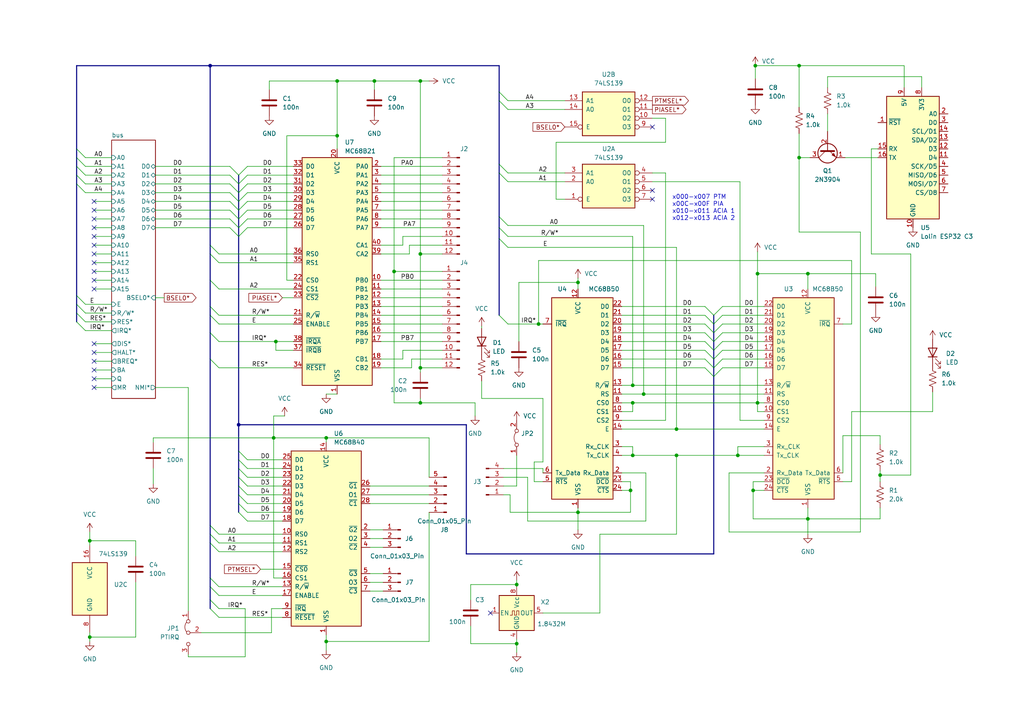
<source format=kicad_sch>
(kicad_sch (version 20231120) (generator "eeschema") (generator_version "8.0")
  (paper "A4")
  (title_block (title "M8 6809 Mezzanine Board V1.0") (date "2024-01-14") (rev "1") (company "kw"))
  (lib_symbols
    (symbol "74xx:74LS139" (pin_names (offset 1.016))
      (property "Reference" "U" (at -7.62 8.89 0))
      (property "Value" "74LS139" (at -7.62 -8.89 0))
      (symbol "74LS139_1_0"
        (pin input inverted (at -12.7 -5.08 0) (length 5.08) (name "E") (number "1"))
        (pin input line (at -12.7 0 0) (length 5.08) (name "A0") (number "2"))
        (pin input line (at -12.7 2.54 0) (length 5.08) (name "A1") (number "3"))
        (pin output inverted (at 12.7 2.54 180) (length 5.08) (name "O0") (number "4"))
        (pin output inverted (at 12.7 0 180) (length 5.08) (name "O1") (number "5"))
        (pin output inverted (at 12.7 -2.54 180) (length 5.08) (name "O2") (number "6"))
        (pin output inverted (at 12.7 -5.08 180) (length 5.08) (name "O3") (number "7"))
      )
      (symbol "74LS139_2_0"
        (pin output inverted (at 12.7 -2.54 180) (length 5.08) (name "O2") (number "10"))
        (pin output inverted (at 12.7 0 180) (length 5.08) (name "O1") (number "11"))
        (pin output inverted (at 12.7 2.54 180) (length 5.08) (name "O0") (number "12"))
        (pin input line (at -12.7 2.54 0) (length 5.08) (name "A1") (number "13"))
        (pin input line (at -12.7 0 0) (length 5.08) (name "A0") (number "14"))
        (pin input inverted (at -12.7 -5.08 0) (length 5.08) (name "E") (number "15"))
        (pin output inverted (at 12.7 -5.08 180) (length 5.08) (name "O3") (number "9"))
      )
      (symbol "74LS139_3_0"
        (pin power_in line (at 0 12.7 270) (length 5.08) (name "VCC") (number "16"))
        (pin power_in line (at 0 -12.7 90) (length 5.08) (name "GND") (number "8"))
      )
    )
    (symbol "Connector:Conn_01x03_Pin" (pin_names (offset 1.016) hide)
      (property "Reference" "J" (at 0 5.08 0))
      (property "Value" "Conn_01x03_Pin" (at 0 -5.08 0))
      (symbol "Conn_01x03_Pin_1_1"
        (pin passive line (at 5.08 2.54 180) (length 3.81) (name "Pin_1") (number "1"))
        (pin passive line (at 5.08 0 180) (length 3.81) (name "Pin_2") (number "2"))
        (pin passive line (at 5.08 -2.54 180) (length 3.81) (name "Pin_3") (number "3"))
      )
    )
    (symbol "Connector:Conn_01x04_Pin" (pin_names (offset 1.016) hide)
      (property "Reference" "J" (at 0 5.08 0))
      (property "Value" "Conn_01x04_Pin" (at 0 -7.62 0))
      (symbol "Conn_01x04_Pin_1_1"
        (pin passive line (at 5.08 2.54 180) (length 3.81) (name "Pin_1") (number "1"))
        (pin passive line (at 5.08 0 180) (length 3.81) (name "Pin_2") (number "2"))
        (pin passive line (at 5.08 -2.54 180) (length 3.81) (name "Pin_3") (number "3"))
        (pin passive line (at 5.08 -5.08 180) (length 3.81) (name "Pin_4") (number "4"))
      )
    )
    (symbol "Connector:Conn_01x05_Pin" (pin_names (offset 1.016) hide)
      (property "Reference" "J" (at 0 7.62 0))
      (property "Value" "Conn_01x05_Pin" (at 0 -7.62 0))
      (symbol "Conn_01x05_Pin_1_1"
        (pin passive line (at 5.08 5.08 180) (length 3.81) (name "Pin_1") (number "1"))
        (pin passive line (at 5.08 2.54 180) (length 3.81) (name "Pin_2") (number "2"))
        (pin passive line (at 5.08 0 180) (length 3.81) (name "Pin_3") (number "3"))
        (pin passive line (at 5.08 -2.54 180) (length 3.81) (name "Pin_4") (number "4"))
        (pin passive line (at 5.08 -5.08 180) (length 3.81) (name "Pin_5") (number "5"))
      )
    )
    (symbol "Connector:Conn_01x12_Pin" (pin_names (offset 1.016) hide)
      (property "Reference" "J" (at 0 15.24 0))
      (property "Value" "Conn_01x12_Pin" (at 0 -17.78 0))
      (symbol "Conn_01x12_Pin_1_1"
        (pin passive line (at 5.08 12.7 180) (length 3.81) (name "Pin_1") (number "1"))
        (pin passive line (at 5.08 -10.16 180) (length 3.81) (name "Pin_10") (number "10"))
        (pin passive line (at 5.08 -12.7 180) (length 3.81) (name "Pin_11") (number "11"))
        (pin passive line (at 5.08 -15.24 180) (length 3.81) (name "Pin_12") (number "12"))
        (pin passive line (at 5.08 10.16 180) (length 3.81) (name "Pin_2") (number "2"))
        (pin passive line (at 5.08 7.62 180) (length 3.81) (name "Pin_3") (number "3"))
        (pin passive line (at 5.08 5.08 180) (length 3.81) (name "Pin_4") (number "4"))
        (pin passive line (at 5.08 2.54 180) (length 3.81) (name "Pin_5") (number "5"))
        (pin passive line (at 5.08 0 180) (length 3.81) (name "Pin_6") (number "6"))
        (pin passive line (at 5.08 -2.54 180) (length 3.81) (name "Pin_7") (number "7"))
        (pin passive line (at 5.08 -5.08 180) (length 3.81) (name "Pin_8") (number "8"))
        (pin passive line (at 5.08 -7.62 180) (length 3.81) (name "Pin_9") (number "9"))
      )
    )
    (symbol "Device:C" (pin_numbers hide) (pin_names (offset 0.254))
      (property "Reference" "C" (at 0.635 2.54 0))
      (property "Value" "C" (at 0.635 -2.54 0))
      (symbol "C_1_1"
        (pin passive line (at 0 3.81 270) (length 2.794) (name "~") (number "1"))
        (pin passive line (at 0 -3.81 90) (length 2.794) (name "~") (number "2"))
      )
    )
    (symbol "Device:LED" (pin_numbers hide) (pin_names (offset 1.016) hide)
      (property "Reference" "D" (at 0 2.54 0))
      (property "Value" "LED" (at 0 -2.54 0))
      (symbol "LED_1_1"
        (pin passive line (at -3.81 0 0) (length 2.54) (name "K") (number "1"))
        (pin passive line (at 3.81 0 180) (length 2.54) (name "A") (number "2"))
      )
    )
    (symbol "Device:R_US" (pin_numbers hide) (pin_names (offset 0))
      (property "Reference" "R" (at 2.54 0 90))
      (property "Value" "R_US" (at -2.54 0 90))
      (symbol "R_US_1_1"
        (pin passive line (at 0 3.81 270) (length 1.27) (name "~") (number "1"))
        (pin passive line (at 0 -3.81 90) (length 1.27) (name "~") (number "2"))
      )
    )
    (symbol "Interface:MC68B21" (pin_names (offset 1.016))
      (property "Reference" "U" (at -7.62 34.29 0))
      (property "Value" "MC68B21" (at 10.16 34.29 0))
      (symbol "MC68B21_1_1"
        (pin power_in line (at 0 -35.56 90) (length 2.54) (name "VSS") (number "1"))
        (pin bidirectional line (at 12.7 -2.54 180) (length 2.54) (name "PB0") (number "10"))
        (pin bidirectional line (at 12.7 -5.08 180) (length 2.54) (name "PB1") (number "11"))
        (pin bidirectional line (at 12.7 -7.62 180) (length 2.54) (name "PB2") (number "12"))
        (pin bidirectional line (at 12.7 -10.16 180) (length 2.54) (name "PB3") (number "13"))
        (pin bidirectional line (at 12.7 -12.7 180) (length 2.54) (name "PB4") (number "14"))
        (pin bidirectional line (at 12.7 -15.24 180) (length 2.54) (name "PB5") (number "15"))
        (pin bidirectional line (at 12.7 -17.78 180) (length 2.54) (name "PB6") (number "16"))
        (pin bidirectional line (at 12.7 -20.32 180) (length 2.54) (name "PB7") (number "17"))
        (pin input line (at 12.7 -25.4 180) (length 2.54) (name "CB1") (number "18"))
        (pin bidirectional line (at 12.7 -27.94 180) (length 2.54) (name "CB2") (number "19"))
        (pin bidirectional line (at 12.7 30.48 180) (length 2.54) (name "PA0") (number "2"))
        (pin power_in line (at 0 35.56 270) (length 2.54) (name "VCC") (number "20"))
        (pin input line (at -12.7 -12.7 0) (length 2.54) (name "R/~{W}") (number "21"))
        (pin input line (at -12.7 -2.54 0) (length 2.54) (name "CS0") (number "22"))
        (pin input line (at -12.7 -7.62 0) (length 2.54) (name "~{CS2}") (number "23"))
        (pin input line (at -12.7 -5.08 0) (length 2.54) (name "CS1") (number "24"))
        (pin input line (at -12.7 -15.24 0) (length 2.54) (name "ENABLE") (number "25"))
        (pin bidirectional line (at -12.7 12.7 0) (length 2.54) (name "D7") (number "26"))
        (pin bidirectional line (at -12.7 15.24 0) (length 2.54) (name "D6") (number "27"))
        (pin bidirectional line (at -12.7 17.78 0) (length 2.54) (name "D5") (number "28"))
        (pin bidirectional line (at -12.7 20.32 0) (length 2.54) (name "D4") (number "29"))
        (pin bidirectional line (at 12.7 27.94 180) (length 2.54) (name "PA1") (number "3"))
        (pin bidirectional line (at -12.7 22.86 0) (length 2.54) (name "D3") (number "30"))
        (pin bidirectional line (at -12.7 25.4 0) (length 2.54) (name "D2") (number "31"))
        (pin bidirectional line (at -12.7 27.94 0) (length 2.54) (name "D1") (number "32"))
        (pin bidirectional line (at -12.7 30.48 0) (length 2.54) (name "D0") (number "33"))
        (pin input line (at -12.7 -27.94 0) (length 2.54) (name "~{RESET}") (number "34"))
        (pin input line (at -12.7 2.54 0) (length 2.54) (name "RS1") (number "35"))
        (pin input line (at -12.7 5.08 0) (length 2.54) (name "RS0") (number "36"))
        (pin open_collector line (at -12.7 -22.86 0) (length 2.54) (name "~{IRQB}") (number "37"))
        (pin open_collector line (at -12.7 -20.32 0) (length 2.54) (name "~{IRQA}") (number "38"))
        (pin bidirectional line (at 12.7 5.08 180) (length 2.54) (name "CA2") (number "39"))
        (pin bidirectional line (at 12.7 25.4 180) (length 2.54) (name "PA2") (number "4"))
        (pin input line (at 12.7 7.62 180) (length 2.54) (name "CA1") (number "40"))
        (pin bidirectional line (at 12.7 22.86 180) (length 2.54) (name "PA3") (number "5"))
        (pin bidirectional line (at 12.7 20.32 180) (length 2.54) (name "PA4") (number "6"))
        (pin bidirectional line (at 12.7 17.78 180) (length 2.54) (name "PA5") (number "7"))
        (pin bidirectional line (at 12.7 15.24 180) (length 2.54) (name "PA6") (number "8"))
        (pin bidirectional line (at 12.7 12.7 180) (length 2.54) (name "PA7") (number "9"))
      )
    )
    (symbol "Interface_UART:MC68B50" (pin_names (offset 1.016))
      (property "Reference" "U" (at -7.366 31.75 0))
      (property "Value" "MC68B50" (at 10.414 31.75 0))
      (symbol "MC68B50_1_1"
        (pin power_in line (at 0 -30.48 90) (length 2.54) (name "VSS") (number "1"))
        (pin input line (at -12.7 -2.54 0) (length 2.54) (name "CS1") (number "10"))
        (pin input line (at -12.7 2.54 0) (length 2.54) (name "RS") (number "11"))
        (pin power_in line (at 0 33.02 270) (length 2.54) (name "VCC") (number "12"))
        (pin input line (at -12.7 5.08 0) (length 2.54) (name "R/~{W}") (number "13"))
        (pin input line (at -12.7 -7.62 0) (length 2.54) (name "E") (number "14"))
        (pin bidirectional line (at -12.7 10.16 0) (length 2.54) (name "D7") (number "15"))
        (pin bidirectional line (at -12.7 12.7 0) (length 2.54) (name "D6") (number "16"))
        (pin bidirectional line (at -12.7 15.24 0) (length 2.54) (name "D5") (number "17"))
        (pin bidirectional line (at -12.7 17.78 0) (length 2.54) (name "D4") (number "18"))
        (pin bidirectional line (at -12.7 20.32 0) (length 2.54) (name "D3") (number "19"))
        (pin input line (at -12.7 -20.32 0) (length 2.54) (name "Rx_Data") (number "2"))
        (pin bidirectional line (at -12.7 22.86 0) (length 2.54) (name "D2") (number "20"))
        (pin bidirectional line (at -12.7 25.4 0) (length 2.54) (name "D1") (number "21"))
        (pin bidirectional line (at -12.7 27.94 0) (length 2.54) (name "D0") (number "22"))
        (pin input line (at -12.7 -22.86 0) (length 2.54) (name "~{DCD}") (number "23"))
        (pin input line (at -12.7 -25.4 0) (length 2.54) (name "~{CTS}") (number "24"))
        (pin input line (at -12.7 -12.7 0) (length 2.54) (name "Rx_CLK") (number "3"))
        (pin input line (at -12.7 -15.24 0) (length 2.54) (name "Tx_CLK") (number "4"))
        (pin output line (at 10.16 -22.86 180) (length 2.54) (name "~{RTS}") (number "5"))
        (pin output line (at 10.16 -20.32 180) (length 2.54) (name "Tx_Data") (number "6"))
        (pin output line (at 10.16 22.86 180) (length 2.54) (name "~{IRQ}") (number "7"))
        (pin input line (at -12.7 0 0) (length 2.54) (name "CS0") (number "8"))
        (pin input line (at -12.7 -5.08 0) (length 2.54) (name "CS2") (number "9"))
      )
    )
    (symbol "Jumper:Jumper_2_Bridged" (pin_names (offset 0) hide)
      (property "Reference" "JP" (at 0 1.905 0))
      (property "Value" "Jumper_2_Bridged" (at 0 -2.54 0))
      (symbol "Jumper_2_Bridged_1_1"
        (pin passive line (at -5.08 0 0) (length 2.54) (name "A") (number "1"))
        (pin passive line (at 5.08 0 180) (length 2.54) (name "B") (number "2"))
      )
    )
    (symbol "Jumper:Jumper_3_Bridged12" (pin_names (offset 0) hide)
      (property "Reference" "JP" (at -2.54 -2.54 0))
      (property "Value" "Jumper_3_Bridged12" (at 0 2.794 0))
      (symbol "Jumper_3_Bridged12_1_1"
        (pin passive line (at -6.35 0 0) (length 2.54) (name "A") (number "1"))
        (pin passive line (at 0 -3.81 90) (length 2.54) (name "C") (number "2"))
        (pin passive line (at 6.35 0 180) (length 2.54) (name "B") (number "3"))
      )
    )
    (symbol "MCU_Module:WeMos_D1_mini"
      (property "Reference" "U" (at 3.81 19.05 0))
      (property "Value" "WeMos_D1_mini" (at 1.27 -19.05 0))
      (symbol "WeMos_D1_mini_1_1"
        (pin input line (at -10.16 10.16 0) (length 2.54) (name "~{RST}") (number "1"))
        (pin power_in line (at 0 -20.32 90) (length 2.54) (name "GND") (number "10"))
        (pin bidirectional line (at 10.16 0 180) (length 2.54) (name "D4") (number "11"))
        (pin bidirectional line (at 10.16 2.54 180) (length 2.54) (name "D3") (number "12"))
        (pin bidirectional line (at 10.16 5.08 180) (length 2.54) (name "SDA/D2") (number "13"))
        (pin bidirectional line (at 10.16 7.62 180) (length 2.54) (name "SCL/D1") (number "14"))
        (pin input line (at -10.16 2.54 0) (length 2.54) (name "RX") (number "15"))
        (pin output line (at -10.16 0 0) (length 2.54) (name "TX") (number "16"))
        (pin input line (at 10.16 12.7 180) (length 2.54) (name "A0") (number "2"))
        (pin bidirectional line (at 10.16 10.16 180) (length 2.54) (name "D0") (number "3"))
        (pin bidirectional line (at 10.16 -2.54 180) (length 2.54) (name "SCK/D5") (number "4"))
        (pin bidirectional line (at 10.16 -5.08 180) (length 2.54) (name "MISO/D6") (number "5"))
        (pin bidirectional line (at 10.16 -7.62 180) (length 2.54) (name "MOSI/D7") (number "6"))
        (pin bidirectional line (at 10.16 -10.16 180) (length 2.54) (name "CS/D8") (number "7"))
        (pin power_out line (at 2.54 20.32 270) (length 2.54) (name "3V3") (number "8"))
        (pin power_in line (at -2.54 20.32 270) (length 2.54) (name "5V") (number "9"))
      )
    )
    (symbol "New_Library_0:MC68B40" (pin_names (offset 1.016))
      (property "Reference" "U" (at -7.62 27.94 0))
      (property "Value" "MC68B40" (at 10.16 27.94 0))
      (symbol "MC68B40_1_1"
        (pin power_in line (at 0 -27.94 90) (length 2.54) (name "VSS") (number "1"))
        (pin input line (at -12.7 1.27 0) (length 2.54) (name "RS0") (number "10"))
        (pin input line (at -12.7 -1.27 0) (length 2.54) (name "RS1") (number "11"))
        (pin input line (at -12.7 -3.81 0) (length 2.54) (name "RS2") (number "12"))
        (pin input line (at -12.7 -13.97 0) (length 2.54) (name "R/~{W}") (number "13"))
        (pin power_in line (at 0 27.94 270) (length 2.54) (name "VCC") (number "14"))
        (pin input line (at -12.7 -8.89 0) (length 2.54) (name "~{CS0}") (number "15"))
        (pin input line (at -12.7 -11.43 0) (length 2.54) (name "CS1") (number "16"))
        (pin input line (at -12.7 -16.51 0) (length 2.54) (name "ENABLE") (number "17"))
        (pin bidirectional line (at -12.7 5.08 0) (length 2.54) (name "D7") (number "18"))
        (pin bidirectional line (at -12.7 7.62 0) (length 2.54) (name "D6") (number "19"))
        (pin input line (at 12.7 2.54 180) (length 2.54) (name "~{G2}") (number "2"))
        (pin bidirectional line (at -12.7 10.16 0) (length 2.54) (name "D5") (number "20"))
        (pin bidirectional line (at -12.7 12.7 0) (length 2.54) (name "D4") (number "21"))
        (pin bidirectional line (at -12.7 15.24 0) (length 2.54) (name "D3") (number "22"))
        (pin bidirectional line (at -12.7 17.78 0) (length 2.54) (name "D2") (number "23"))
        (pin bidirectional line (at -12.7 20.32 0) (length 2.54) (name "D1") (number "24"))
        (pin bidirectional line (at -12.7 22.86 0) (length 2.54) (name "D0") (number "25"))
        (pin input line (at 12.7 15.24 180) (length 2.54) (name "~{G1}") (number "26"))
        (pin output line (at 12.7 12.7 180) (length 2.54) (name "O1") (number "27"))
        (pin input line (at 12.7 10.16 180) (length 2.54) (name "~{C1}") (number "28"))
        (pin output line (at 12.7 0 180) (length 2.54) (name "O2") (number "3"))
        (pin input line (at 12.7 -2.54 180) (length 2.54) (name "~{C2}") (number "4"))
        (pin input line (at 12.7 -10.16 180) (length 2.54) (name "~{G3}") (number "5"))
        (pin output line (at 12.7 -12.7 180) (length 2.54) (name "O3") (number "6"))
        (pin input line (at 12.7 -15.24 180) (length 2.54) (name "~{C3}") (number "7"))
        (pin input line (at -12.7 -22.86 0) (length 2.54) (name "~{RESET}") (number "8"))
        (pin open_collector line (at -12.7 -20.32 0) (length 2.54) (name "~{IRQ}") (number "9"))
      )
    )
    (symbol "Oscillator:CXO_DIP8" (pin_names (offset 0.254))
      (property "Reference" "X" (at -5.08 6.35 0))
      (property "Value" "CXO_DIP8" (at 1.27 -6.35 0))
      (symbol "CXO_DIP8_1_1"
        (pin input line (at -7.62 0 0) (length 2.54) (name "EN") (number "1"))
        (pin power_in line (at 0 -7.62 90) (length 2.54) (name "GND") (number "4"))
        (pin output line (at 7.62 0 180) (length 2.54) (name "OUT") (number "5"))
        (pin power_in line (at 0 7.62 270) (length 2.54) (name "Vcc") (number "8"))
      )
    )
    (symbol "Transistor_BJT:2N3904" (pin_names (offset 0) hide)
      (property "Reference" "Q" (at 5.08 1.905 0))
      (property "Value" "2N3904" (at 5.08 0 0))
      (symbol "2N3904_1_1"
        (pin passive line (at 2.54 -5.08 90) (length 2.54) (name "E") (number "1"))
        (pin passive line (at -5.08 0 0) (length 5.715) (name "B") (number "2"))
        (pin passive line (at 2.54 5.08 270) (length 2.54) (name "C") (number "3"))
      )
    )
    (symbol "power:GND" (power) (pin_names (offset 0))
      (property "Value" "GND" (at 0 -3.81 0))
      (symbol "GND_1_1"
        (pin power_in line (at 0 0 270) (length 0) hide (name "GND") (number "1"))
      )
    )
    (symbol "power:VCC" (power) (pin_names (offset 0))
      (property "Value" "VCC" (at 0 3.81 0))
      (symbol "VCC_1_1"
        (pin power_in line (at 0 0 90) (length 0) hide (name "VCC") (number "1"))
      )
    )
  )
  (junction (at 234.315 150.495))
  (junction (at 183.515 132.08))
  (junction (at 156.21 93.98))
  (junction (at 121.92 106.68))
  (junction (at 219.71 116.84))
  (junction (at 26.035 184.785))
  (junction (at 219.075 19.05))
  (junction (at 167.64 81.915))
  (junction (at 121.92 116.84))
  (junction (at 219.71 79.375))
  (junction (at 183.515 111.76))
  (junction (at 97.79 39.37))
  (junction (at 255.27 137.795))
  (junction (at 182.88 142.24))
  (junction (at 121.92 23.495))
  (junction (at 196.215 124.46))
  (junction (at 69.215 123.19))
  (junction (at 94.615 186.055))
  (junction (at 94.615 127))
  (junction (at 183.515 116.84))
  (junction (at 108.585 23.495))
  (junction (at 186.69 114.3))
  (junction (at 167.64 148.59))
  (junction (at 196.215 132.08))
  (junction (at 234.315 79.375))
  (junction (at 79.375 127))
  (junction (at 149.86 186.69))
  (junction (at 231.775 45.72))
  (junction (at 80.01 99.06))
  (junction (at 149.86 169.545))
  (junction (at 121.92 73.66))
  (junction (at 218.44 142.24))
  (junction (at 231.775 19.05))
  (junction (at 26.035 156.845))
  (junction (at 114.3 78.74))
  (junction (at 213.995 132.08))
  (junction (at 97.79 23.495))
  (junction (at 60.96 19.05))
  (no_connect (at 27.305 81.28))
  (no_connect (at 142.24 177.8))
  (no_connect (at 27.305 102.235))
  (no_connect (at 27.305 78.74))
  (no_connect (at 27.305 76.2))
  (no_connect (at 27.305 60.96))
  (no_connect (at 27.305 109.855))
  (no_connect (at 189.23 36.83))
  (no_connect (at 27.305 107.315))
  (no_connect (at 27.305 71.12))
  (no_connect (at 189.23 55.245))
  (no_connect (at 27.305 104.775))
  (no_connect (at 27.305 66.04))
  (no_connect (at 27.305 73.66))
  (no_connect (at 27.305 58.42))
  (no_connect (at 27.305 99.695))
  (no_connect (at 27.305 83.82))
  (no_connect (at 27.305 112.395))
  (no_connect (at 189.23 57.785))
  (no_connect (at 27.305 63.5))
  (no_connect (at 27.305 68.58))
  (bus_entry (at 60.96 91.44) (size 2.54 2.54))
  (bus_entry (at 207.01 96.52) (size 2.54 -2.54))
  (bus_entry (at 60.96 154.94) (size 2.54 2.54))
  (bus_entry (at 60.96 96.52) (size 2.54 2.54))
  (bus_entry (at 207.01 93.98) (size -2.54 -2.54))
  (bus_entry (at 22.225 90.805) (size 2.54 2.54))
  (bus_entry (at 69.215 140.97) (size 2.54 2.54))
  (bus_entry (at 207.01 104.14) (size -2.54 -2.54))
  (bus_entry (at 69.215 68.58) (size -2.54 -2.54))
  (bus_entry (at 207.01 106.68) (size 2.54 -2.54))
  (bus_entry (at 69.215 143.51) (size 2.54 2.54))
  (bus_entry (at 69.215 146.05) (size 2.54 2.54))
  (bus_entry (at 69.215 50.8) (size -2.54 -2.54))
  (bus_entry (at 69.215 148.59) (size 2.54 2.54))
  (bus_entry (at 71.755 60.96) (size -2.54 2.54))
  (bus_entry (at 22.225 50.8) (size 2.54 2.54))
  (bus_entry (at 69.215 133.35) (size 2.54 2.54))
  (bus_entry (at 22.225 85.725) (size 2.54 2.54))
  (bus_entry (at 71.755 63.5) (size -2.54 2.54))
  (bus_entry (at 60.96 88.9) (size 2.54 2.54))
  (bus_entry (at 207.01 109.22) (size 2.54 -2.54))
  (bus_entry (at 207.01 93.98) (size 2.54 -2.54))
  (bus_entry (at 22.225 53.34) (size 2.54 2.54))
  (bus_entry (at 147.32 52.705) (size -2.54 -2.54))
  (bus_entry (at 71.755 58.42) (size -2.54 2.54))
  (bus_entry (at 69.215 135.89) (size 2.54 2.54))
  (bus_entry (at 69.215 66.04) (size -2.54 -2.54))
  (bus_entry (at 69.215 130.81) (size 2.54 2.54))
  (bus_entry (at 60.96 176.53) (size 2.54 2.54))
  (bus_entry (at 69.215 138.43) (size 2.54 2.54))
  (bus_entry (at 207.01 96.52) (size -2.54 -2.54))
  (bus_entry (at 60.96 104.14) (size 2.54 2.54))
  (bus_entry (at 22.225 88.265) (size 2.54 2.54))
  (bus_entry (at 207.01 91.44) (size 2.54 -2.54))
  (bus_entry (at 60.96 71.12) (size 2.54 2.54))
  (bus_entry (at 60.96 152.4) (size 2.54 2.54))
  (bus_entry (at 60.96 170.18) (size 2.54 2.54))
  (bus_entry (at 69.215 55.88) (size -2.54 -2.54))
  (bus_entry (at 71.755 48.26) (size -2.54 2.54))
  (bus_entry (at 22.225 48.26) (size 2.54 2.54))
  (bus_entry (at 207.01 99.06) (size -2.54 -2.54))
  (bus_entry (at 144.78 91.44) (size 2.54 2.54))
  (bus_entry (at 60.96 81.28) (size 2.54 2.54))
  (bus_entry (at 71.755 55.88) (size -2.54 2.54))
  (bus_entry (at 147.32 29.21) (size -2.54 -2.54))
  (bus_entry (at 69.215 53.34) (size -2.54 -2.54))
  (bus_entry (at 144.78 69.215) (size 2.54 2.54))
  (bus_entry (at 69.215 58.42) (size -2.54 -2.54))
  (bus_entry (at 207.01 104.14) (size 2.54 -2.54))
  (bus_entry (at 207.01 101.6) (size -2.54 -2.54))
  (bus_entry (at 147.32 50.165) (size -2.54 -2.54))
  (bus_entry (at 69.215 60.96) (size -2.54 -2.54))
  (bus_entry (at 144.78 66.04) (size 2.54 2.54))
  (bus_entry (at 69.215 63.5) (size -2.54 -2.54))
  (bus_entry (at 22.225 93.345) (size 2.54 2.54))
  (bus_entry (at 207.01 106.68) (size -2.54 -2.54))
  (bus_entry (at 207.01 109.22) (size -2.54 -2.54))
  (bus_entry (at 60.96 173.99) (size 2.54 2.54))
  (bus_entry (at 207.01 91.44) (size -2.54 -2.54))
  (bus_entry (at 22.225 43.18) (size 2.54 2.54))
  (bus_entry (at 71.755 66.04) (size -2.54 2.54))
  (bus_entry (at 207.01 99.06) (size 2.54 -2.54))
  (bus_entry (at 71.755 50.8) (size -2.54 2.54))
  (bus_entry (at 60.96 167.64) (size 2.54 2.54))
  (bus_entry (at 147.32 31.75) (size -2.54 -2.54))
  (bus_entry (at 207.01 101.6) (size 2.54 -2.54))
  (bus_entry (at 71.755 53.34) (size -2.54 2.54))
  (bus_entry (at 60.96 157.48) (size 2.54 2.54))
  (bus_entry (at 147.32 65.405) (size -2.54 -2.54))
  (bus_entry (at 22.225 45.72) (size 2.54 2.54))
  (bus_entry (at 60.96 73.66) (size 2.54 2.54))
  (wire (pts (xy 79.375 120.65) (xy 82.55 120.65)))
  (wire (pts (xy 234.315 79.375) (xy 234.315 83.82)))
  (wire (pts (xy 110.49 58.42) (xy 128.27 58.42)))
  (wire (pts (xy 94.615 186.055) (xy 94.615 184.15)))
  (wire (pts (xy 219.71 73.025) (xy 219.71 79.375)))
  (wire (pts (xy 270.51 119.38) (xy 270.51 113.665)))
  (bus (pts (xy 22.225 50.8) (xy 22.225 53.34)))
  (wire (pts (xy 204.47 93.98) (xy 180.34 93.98)))
  (wire (pts (xy 39.37 156.845) (xy 39.37 161.29)))
  (wire (pts (xy 213.995 129.54) (xy 221.615 129.54)))
  (wire (pts (xy 240.03 22.225) (xy 240.03 25.4)))
  (wire (pts (xy 247.015 93.98) (xy 247.015 75.565)))
  (wire (pts (xy 97.79 23.495) (xy 97.79 39.37)))
  (wire (pts (xy 136.525 181.61) (xy 136.525 186.69)))
  (wire (pts (xy 167.64 148.59) (xy 147.955 148.59)))
  (bus (pts (xy 69.215 123.19) (xy 69.215 130.81)))
  (wire (pts (xy 218.44 150.495) (xy 234.315 150.495)))
  (wire (pts (xy 63.5 106.68) (xy 85.09 106.68)))
  (wire (pts (xy 182.88 142.24) (xy 182.88 148.59)))
  (wire (pts (xy 209.55 96.52) (xy 221.615 96.52)))
  (wire (pts (xy 63.5 91.44) (xy 85.09 91.44)))
  (wire (pts (xy 45.085 50.8) (xy 66.675 50.8)))
  (wire (pts (xy 187.325 137.16) (xy 180.34 137.16)))
  (wire (pts (xy 121.92 106.68) (xy 128.27 106.68)))
  (wire (pts (xy 244.475 93.98) (xy 247.015 93.98)))
  (wire (pts (xy 231.775 45.72) (xy 231.775 67.31)))
  (wire (pts (xy 196.215 154.94) (xy 196.215 132.08)))
  (wire (pts (xy 116.84 104.14) (xy 110.49 104.14)))
  (wire (pts (xy 119.38 104.14) (xy 119.38 106.68)))
  (wire (pts (xy 128.27 68.58) (xy 116.84 68.58)))
  (wire (pts (xy 249.555 154.305) (xy 211.455 154.305)))
  (wire (pts (xy 264.16 137.795) (xy 264.16 73.66)))
  (wire (pts (xy 147.32 31.75) (xy 163.83 31.75)))
  (bus (pts (xy 144.78 69.215) (xy 144.78 91.44)))
  (wire (pts (xy 153.035 151.13) (xy 153.035 138.43)))
  (bus (pts (xy 60.96 152.4) (xy 60.96 154.94)))
  (wire (pts (xy 26.035 156.845) (xy 26.035 158.115)))
  (bus (pts (xy 60.96 96.52) (xy 60.96 104.14)))
  (wire (pts (xy 79.375 120.65) (xy 79.375 127)))
  (wire (pts (xy 121.92 23.495) (xy 121.92 73.66)))
  (wire (pts (xy 137.795 116.84) (xy 121.92 116.84)))
  (bus (pts (xy 69.215 66.04) (xy 69.215 68.58)))
  (wire (pts (xy 218.44 142.24) (xy 218.44 150.495)))
  (bus (pts (xy 22.225 53.34) (xy 22.225 85.725)))
  (bus (pts (xy 144.78 19.05) (xy 144.78 26.67)))
  (wire (pts (xy 27.305 83.82) (xy 32.385 83.82)))
  (wire (pts (xy 255.27 136.525) (xy 255.27 137.795)))
  (wire (pts (xy 114.3 45.72) (xy 114.3 78.74)))
  (wire (pts (xy 157.48 133.985) (xy 154.94 133.985)))
  (wire (pts (xy 234.315 150.495) (xy 234.315 154.94)))
  (wire (pts (xy 45.085 53.34) (xy 66.675 53.34)))
  (bus (pts (xy 22.225 85.725) (xy 22.225 88.265)))
  (wire (pts (xy 79.375 127) (xy 94.615 127)))
  (wire (pts (xy 121.92 115.57) (xy 121.92 116.84)))
  (bus (pts (xy 60.96 88.9) (xy 60.96 91.44)))
  (wire (pts (xy 119.38 104.14) (xy 128.27 104.14)))
  (wire (pts (xy 71.12 190.5) (xy 71.12 176.53)))
  (wire (pts (xy 54.61 177.165) (xy 54.61 112.395)))
  (wire (pts (xy 24.765 90.805) (xy 32.385 90.805)))
  (wire (pts (xy 71.755 143.51) (xy 81.915 143.51)))
  (wire (pts (xy 24.765 50.8) (xy 32.385 50.8)))
  (wire (pts (xy 149.86 185.42) (xy 149.86 186.69)))
  (wire (pts (xy 218.44 139.7) (xy 218.44 142.24)))
  (wire (pts (xy 110.49 88.9) (xy 128.27 88.9)))
  (wire (pts (xy 247.015 119.38) (xy 270.51 119.38)))
  (wire (pts (xy 97.79 39.37) (xy 97.79 43.18)))
  (wire (pts (xy 110.49 81.28) (xy 128.27 81.28)))
  (wire (pts (xy 45.085 60.96) (xy 66.675 60.96)))
  (wire (pts (xy 71.755 140.97) (xy 81.915 140.97)))
  (wire (pts (xy 139.7 95.25) (xy 139.7 94.615)))
  (wire (pts (xy 150.495 81.915) (xy 167.64 81.915)))
  (wire (pts (xy 107.315 143.51) (xy 124.46 143.51)))
  (wire (pts (xy 108.585 23.495) (xy 108.585 26.035)))
  (wire (pts (xy 110.49 96.52) (xy 128.27 96.52)))
  (wire (pts (xy 97.79 39.37) (xy 83.185 39.37)))
  (bus (pts (xy 60.96 71.12) (xy 60.96 73.66)))
  (wire (pts (xy 153.035 138.43) (xy 146.05 138.43)))
  (bus (pts (xy 22.225 43.18) (xy 22.225 19.05)))
  (bus (pts (xy 69.215 140.97) (xy 69.215 138.43)))
  (bus (pts (xy 60.96 173.99) (xy 60.96 176.53)))
  (wire (pts (xy 186.69 65.405) (xy 186.69 114.3)))
  (wire (pts (xy 27.305 76.2) (xy 32.385 76.2)))
  (wire (pts (xy 153.035 151.13) (xy 187.325 151.13)))
  (wire (pts (xy 189.23 52.705) (xy 214.63 52.705)))
  (wire (pts (xy 44.45 127) (xy 44.45 128.27)))
  (wire (pts (xy 63.5 160.02) (xy 81.915 160.02)))
  (bus (pts (xy 60.96 104.14) (xy 60.96 152.4)))
  (wire (pts (xy 180.34 119.38) (xy 183.515 119.38)))
  (bus (pts (xy 22.225 43.18) (xy 22.225 45.72)))
  (wire (pts (xy 244.475 126.365) (xy 255.27 126.365)))
  (wire (pts (xy 262.255 19.05) (xy 262.255 25.4)))
  (wire (pts (xy 193.04 50.165) (xy 193.04 121.92)))
  (bus (pts (xy 22.225 45.72) (xy 22.225 48.26)))
  (wire (pts (xy 124.46 186.055) (xy 94.615 186.055)))
  (wire (pts (xy 80.01 99.06) (xy 85.09 99.06)))
  (wire (pts (xy 27.305 99.695) (xy 32.385 99.695)))
  (wire (pts (xy 97.79 23.495) (xy 108.585 23.495)))
  (wire (pts (xy 27.305 60.96) (xy 32.385 60.96)))
  (wire (pts (xy 71.755 50.8) (xy 85.09 50.8)))
  (bus (pts (xy 144.78 66.04) (xy 144.78 69.215)))
  (wire (pts (xy 139.7 115.57) (xy 157.48 115.57)))
  (wire (pts (xy 180.34 124.46) (xy 196.215 124.46)))
  (wire (pts (xy 45.085 86.36) (xy 47.625 86.36)))
  (wire (pts (xy 252.73 43.18) (xy 252.73 73.66)))
  (wire (pts (xy 219.075 19.05) (xy 231.775 19.05)))
  (wire (pts (xy 26.035 186.055) (xy 26.035 184.785)))
  (wire (pts (xy 116.84 71.12) (xy 110.49 71.12)))
  (wire (pts (xy 240.03 33.02) (xy 240.03 38.1)))
  (wire (pts (xy 180.34 111.76) (xy 183.515 111.76)))
  (wire (pts (xy 27.305 78.74) (xy 32.385 78.74)))
  (bus (pts (xy 144.78 26.67) (xy 144.78 29.21)))
  (wire (pts (xy 209.55 91.44) (xy 221.615 91.44)))
  (wire (pts (xy 249.555 67.31) (xy 249.555 154.305)))
  (bus (pts (xy 207.01 96.52) (xy 207.01 99.06)))
  (bus (pts (xy 22.225 19.05) (xy 60.96 19.05)))
  (bus (pts (xy 135.255 160.655) (xy 207.01 160.655)))
  (wire (pts (xy 193.04 34.29) (xy 193.04 41.275)))
  (wire (pts (xy 27.305 73.66) (xy 32.385 73.66)))
  (wire (pts (xy 27.305 109.855) (xy 32.385 109.855)))
  (wire (pts (xy 255.27 137.795) (xy 255.27 139.7)))
  (bus (pts (xy 207.01 101.6) (xy 207.01 104.14)))
  (wire (pts (xy 27.305 107.315) (xy 32.385 107.315)))
  (wire (pts (xy 255.27 137.795) (xy 264.16 137.795)))
  (wire (pts (xy 75.565 165.1) (xy 81.915 165.1)))
  (wire (pts (xy 97.79 114.3) (xy 94.615 114.3)))
  (wire (pts (xy 231.775 31.115) (xy 231.775 19.05)))
  (wire (pts (xy 231.775 45.72) (xy 234.95 45.72)))
  (wire (pts (xy 107.315 168.91) (xy 111.125 168.91)))
  (wire (pts (xy 110.49 99.06) (xy 128.27 99.06)))
  (bus (pts (xy 60.96 81.28) (xy 60.96 88.9)))
  (wire (pts (xy 219.71 79.375) (xy 234.315 79.375)))
  (wire (pts (xy 27.305 102.235) (xy 32.385 102.235)))
  (wire (pts (xy 121.92 106.68) (xy 121.92 107.95)))
  (wire (pts (xy 110.49 106.68) (xy 119.38 106.68)))
  (wire (pts (xy 63.5 179.07) (xy 81.915 179.07)))
  (wire (pts (xy 209.55 106.68) (xy 221.615 106.68)))
  (wire (pts (xy 27.305 58.42) (xy 32.385 58.42)))
  (wire (pts (xy 149.86 140.97) (xy 146.05 140.97)))
  (wire (pts (xy 180.34 116.84) (xy 183.515 116.84)))
  (wire (pts (xy 54.61 112.395) (xy 45.085 112.395)))
  (bus (pts (xy 207.01 109.22) (xy 207.01 160.655)))
  (wire (pts (xy 110.49 55.88) (xy 128.27 55.88)))
  (wire (pts (xy 182.88 148.59) (xy 167.64 148.59)))
  (wire (pts (xy 27.305 66.04) (xy 32.385 66.04)))
  (wire (pts (xy 209.55 93.98) (xy 221.615 93.98)))
  (wire (pts (xy 255.27 147.32) (xy 255.27 150.495)))
  (bus (pts (xy 144.78 29.21) (xy 144.78 47.625)))
  (wire (pts (xy 245.11 45.72) (xy 254.635 45.72)))
  (wire (pts (xy 196.215 132.08) (xy 213.995 132.08)))
  (wire (pts (xy 121.92 73.66) (xy 128.27 73.66)))
  (wire (pts (xy 94.615 188.595) (xy 94.615 186.055)))
  (bus (pts (xy 60.96 167.64) (xy 60.96 170.18)))
  (wire (pts (xy 244.475 139.7) (xy 247.015 139.7)))
  (wire (pts (xy 114.3 78.74) (xy 114.3 116.84)))
  (wire (pts (xy 58.42 183.515) (xy 78.74 183.515)))
  (wire (pts (xy 71.755 133.35) (xy 81.915 133.35)))
  (wire (pts (xy 63.5 76.2) (xy 85.09 76.2)))
  (bus (pts (xy 60.96 157.48) (xy 60.96 167.64)))
  (bus (pts (xy 69.215 148.59) (xy 69.215 146.05)))
  (wire (pts (xy 45.085 63.5) (xy 66.675 63.5)))
  (wire (pts (xy 147.32 71.755) (xy 196.215 71.755)))
  (wire (pts (xy 244.475 137.16) (xy 244.475 126.365)))
  (wire (pts (xy 45.085 48.26) (xy 66.675 48.26)))
  (wire (pts (xy 149.86 132.08) (xy 149.86 140.97)))
  (wire (pts (xy 110.49 73.66) (xy 118.745 73.66)))
  (wire (pts (xy 63.5 83.82) (xy 85.09 83.82)))
  (wire (pts (xy 204.47 101.6) (xy 180.34 101.6)))
  (wire (pts (xy 71.755 135.89) (xy 81.915 135.89)))
  (wire (pts (xy 173.99 154.94) (xy 196.215 154.94)))
  (bus (pts (xy 207.01 106.68) (xy 207.01 109.22)))
  (wire (pts (xy 107.315 153.67) (xy 111.125 153.67)))
  (bus (pts (xy 22.225 88.265) (xy 22.225 90.805)))
  (wire (pts (xy 71.755 58.42) (xy 85.09 58.42)))
  (wire (pts (xy 149.86 168.275) (xy 149.86 169.545)))
  (wire (pts (xy 63.5 170.18) (xy 81.915 170.18)))
  (bus (pts (xy 60.96 154.94) (xy 60.96 157.48)))
  (wire (pts (xy 252.73 43.18) (xy 254.635 43.18)))
  (wire (pts (xy 121.92 73.66) (xy 121.92 106.68)))
  (wire (pts (xy 180.34 132.08) (xy 183.515 132.08)))
  (wire (pts (xy 183.515 116.84) (xy 219.71 116.84)))
  (wire (pts (xy 204.47 106.68) (xy 180.34 106.68)))
  (wire (pts (xy 110.49 93.98) (xy 128.27 93.98)))
  (bus (pts (xy 207.01 99.06) (xy 207.01 101.6)))
  (wire (pts (xy 204.47 99.06) (xy 180.34 99.06)))
  (wire (pts (xy 139.7 110.49) (xy 139.7 115.57)))
  (wire (pts (xy 167.64 81.915) (xy 167.64 83.82)))
  (wire (pts (xy 71.755 151.13) (xy 81.915 151.13)))
  (wire (pts (xy 167.64 148.59) (xy 167.64 153.67)))
  (bus (pts (xy 69.215 58.42) (xy 69.215 60.96)))
  (wire (pts (xy 193.04 50.165) (xy 189.23 50.165)))
  (wire (pts (xy 27.305 71.12) (xy 32.385 71.12)))
  (wire (pts (xy 154.94 139.7) (xy 157.48 139.7)))
  (wire (pts (xy 24.765 95.885) (xy 32.385 95.885)))
  (wire (pts (xy 39.37 184.785) (xy 39.37 168.91)))
  (bus (pts (xy 60.96 170.18) (xy 60.96 173.99)))
  (wire (pts (xy 24.765 93.345) (xy 32.385 93.345)))
  (wire (pts (xy 136.525 186.69) (xy 149.86 186.69)))
  (wire (pts (xy 221.615 119.38) (xy 219.71 119.38)))
  (wire (pts (xy 128.27 78.74) (xy 114.3 78.74)))
  (wire (pts (xy 147.32 65.405) (xy 186.69 65.405)))
  (wire (pts (xy 214.63 52.705) (xy 214.63 121.92)))
  (wire (pts (xy 63.5 93.98) (xy 85.09 93.98)))
  (wire (pts (xy 63.5 73.66) (xy 85.09 73.66)))
  (wire (pts (xy 247.015 75.565) (xy 156.21 75.565)))
  (wire (pts (xy 124.46 127) (xy 124.46 138.43)))
  (wire (pts (xy 107.315 146.05) (xy 124.46 146.05)))
  (bus (pts (xy 60.96 19.05) (xy 144.78 19.05)))
  (wire (pts (xy 26.035 154.305) (xy 26.035 156.845)))
  (wire (pts (xy 147.32 29.21) (xy 163.83 29.21)))
  (wire (pts (xy 180.34 121.92) (xy 193.04 121.92)))
  (bus (pts (xy 207.01 91.44) (xy 207.01 93.98)))
  (bus (pts (xy 69.215 50.8) (xy 69.215 53.34)))
  (wire (pts (xy 183.515 132.08) (xy 196.215 132.08)))
  (wire (pts (xy 94.615 127) (xy 124.46 127)))
  (wire (pts (xy 189.23 34.29) (xy 193.04 34.29)))
  (wire (pts (xy 157.48 177.8) (xy 173.99 177.8)))
  (wire (pts (xy 24.765 48.26) (xy 32.385 48.26)))
  (bus (pts (xy 69.215 68.58) (xy 69.215 123.19)))
  (wire (pts (xy 196.215 124.46) (xy 221.615 124.46)))
  (wire (pts (xy 27.305 68.58) (xy 32.385 68.58)))
  (wire (pts (xy 107.315 171.45) (xy 111.125 171.45)))
  (wire (pts (xy 44.45 127) (xy 79.375 127)))
  (wire (pts (xy 27.305 112.395) (xy 32.385 112.395)))
  (wire (pts (xy 211.455 154.305) (xy 211.455 137.16)))
  (wire (pts (xy 193.04 41.275) (xy 161.29 41.275)))
  (wire (pts (xy 124.46 23.495) (xy 121.92 23.495)))
  (wire (pts (xy 54.61 190.5) (xy 71.12 190.5)))
  (wire (pts (xy 110.49 48.26) (xy 128.27 48.26)))
  (wire (pts (xy 83.185 81.28) (xy 85.09 81.28)))
  (wire (pts (xy 110.49 60.96) (xy 128.27 60.96)))
  (bus (pts (xy 69.215 63.5) (xy 69.215 66.04)))
  (wire (pts (xy 71.755 53.34) (xy 85.09 53.34)))
  (wire (pts (xy 24.765 55.88) (xy 32.385 55.88)))
  (wire (pts (xy 267.335 22.225) (xy 267.335 25.4)))
  (bus (pts (xy 69.215 135.89) (xy 69.215 133.35)))
  (wire (pts (xy 221.615 121.92) (xy 214.63 121.92)))
  (wire (pts (xy 147.32 68.58) (xy 183.515 68.58)))
  (wire (pts (xy 71.12 176.53) (xy 63.5 176.53)))
  (wire (pts (xy 182.88 139.7) (xy 182.88 142.24)))
  (bus (pts (xy 144.78 47.625) (xy 144.78 50.165)))
  (wire (pts (xy 147.955 148.59) (xy 147.955 143.51)))
  (wire (pts (xy 136.525 169.545) (xy 149.86 169.545)))
  (wire (pts (xy 110.49 83.82) (xy 128.27 83.82)))
  (wire (pts (xy 180.34 114.3) (xy 186.69 114.3)))
  (wire (pts (xy 116.84 68.58) (xy 116.84 71.12)))
  (bus (pts (xy 69.215 138.43) (xy 69.215 135.89)))
  (wire (pts (xy 45.085 55.88) (xy 66.675 55.88)))
  (wire (pts (xy 116.84 101.6) (xy 116.84 104.14)))
  (wire (pts (xy 204.47 96.52) (xy 180.34 96.52)))
  (wire (pts (xy 154.94 133.985) (xy 154.94 139.7)))
  (wire (pts (xy 186.69 114.3) (xy 221.615 114.3)))
  (wire (pts (xy 83.185 39.37) (xy 83.185 81.28)))
  (wire (pts (xy 121.92 116.84) (xy 114.3 116.84)))
  (wire (pts (xy 219.71 79.375) (xy 219.71 116.84)))
  (wire (pts (xy 196.215 71.755) (xy 196.215 124.46)))
  (wire (pts (xy 26.035 184.785) (xy 39.37 184.785)))
  (wire (pts (xy 209.55 99.06) (xy 221.615 99.06)))
  (wire (pts (xy 71.755 66.04) (xy 85.09 66.04)))
  (wire (pts (xy 24.765 45.72) (xy 32.385 45.72)))
  (wire (pts (xy 107.315 140.97) (xy 124.46 140.97)))
  (wire (pts (xy 183.515 129.54) (xy 183.515 132.08)))
  (bus (pts (xy 144.78 50.165) (xy 144.78 62.865)))
  (bus (pts (xy 60.96 91.44) (xy 60.96 96.52)))
  (wire (pts (xy 27.305 63.5) (xy 32.385 63.5)))
  (wire (pts (xy 157.48 115.57) (xy 157.48 133.985)))
  (wire (pts (xy 231.775 19.05) (xy 262.255 19.05)))
  (wire (pts (xy 157.48 135.89) (xy 146.05 135.89)))
  (wire (pts (xy 110.49 66.04) (xy 128.27 66.04)))
  (wire (pts (xy 254 79.375) (xy 254 83.185)))
  (wire (pts (xy 231.775 38.735) (xy 231.775 45.72)))
  (wire (pts (xy 136.525 173.99) (xy 136.525 169.545)))
  (bus (pts (xy 69.215 143.51) (xy 69.215 140.97)))
  (wire (pts (xy 71.755 146.05) (xy 81.915 146.05)))
  (wire (pts (xy 71.755 60.96) (xy 85.09 60.96)))
  (wire (pts (xy 27.305 81.28) (xy 32.385 81.28)))
  (bus (pts (xy 60.96 73.66) (xy 60.96 81.28)))
  (wire (pts (xy 213.995 129.54) (xy 213.995 132.08)))
  (wire (pts (xy 128.27 45.72) (xy 114.3 45.72)))
  (wire (pts (xy 149.86 186.69) (xy 149.86 189.23)))
  (bus (pts (xy 69.215 146.05) (xy 69.215 143.51)))
  (wire (pts (xy 110.49 63.5) (xy 128.27 63.5)))
  (wire (pts (xy 71.755 138.43) (xy 81.915 138.43)))
  (wire (pts (xy 110.49 86.36) (xy 128.27 86.36)))
  (wire (pts (xy 26.035 184.785) (xy 26.035 183.515)))
  (wire (pts (xy 147.32 93.98) (xy 156.21 93.98)))
  (wire (pts (xy 240.03 22.225) (xy 267.335 22.225)))
  (wire (pts (xy 221.615 137.16) (xy 211.455 137.16)))
  (wire (pts (xy 54.61 189.865) (xy 54.61 190.5)))
  (wire (pts (xy 183.515 68.58) (xy 183.515 111.76)))
  (bus (pts (xy 135.255 123.19) (xy 135.255 160.655)))
  (wire (pts (xy 27.305 104.775) (xy 32.385 104.775)))
  (wire (pts (xy 167.64 147.32) (xy 167.64 148.59)))
  (wire (pts (xy 156.21 93.98) (xy 157.48 93.98)))
  (wire (pts (xy 78.105 23.495) (xy 97.79 23.495)))
  (wire (pts (xy 180.34 139.7) (xy 182.88 139.7)))
  (wire (pts (xy 44.45 135.89) (xy 44.45 140.335)))
  (wire (pts (xy 231.775 67.31) (xy 249.555 67.31)))
  (wire (pts (xy 264.16 73.66) (xy 252.73 73.66)))
  (wire (pts (xy 107.315 156.21) (xy 111.125 156.21)))
  (wire (pts (xy 218.44 142.24) (xy 221.615 142.24)))
  (wire (pts (xy 137.795 116.84) (xy 137.795 120.65)))
  (wire (pts (xy 118.745 71.12) (xy 128.27 71.12)))
  (wire (pts (xy 234.315 150.495) (xy 234.315 147.32)))
  (bus (pts (xy 69.215 53.34) (xy 69.215 55.88)))
  (wire (pts (xy 161.29 57.785) (xy 163.83 57.785)))
  (wire (pts (xy 156.21 75.565) (xy 156.21 93.98)))
  (wire (pts (xy 255.27 150.495) (xy 234.315 150.495)))
  (wire (pts (xy 180.34 129.54) (xy 183.515 129.54)))
  (wire (pts (xy 219.71 116.84) (xy 221.615 116.84)))
  (wire (pts (xy 173.99 177.8) (xy 173.99 154.94)))
  (wire (pts (xy 71.755 63.5) (xy 85.09 63.5)))
  (wire (pts (xy 167.64 80.645) (xy 167.64 81.915)))
  (wire (pts (xy 147.955 143.51) (xy 146.05 143.51)))
  (wire (pts (xy 147.32 52.705) (xy 163.83 52.705)))
  (wire (pts (xy 110.49 91.44) (xy 128.27 91.44)))
  (wire (pts (xy 221.615 139.7) (xy 218.44 139.7)))
  (wire (pts (xy 85.09 86.36) (xy 81.915 86.36)))
  (wire (pts (xy 247.015 139.7) (xy 247.015 119.38)))
  (wire (pts (xy 255.27 126.365) (xy 255.27 128.905)))
  (wire (pts (xy 63.5 99.06) (xy 80.01 99.06)))
  (wire (pts (xy 107.315 158.75) (xy 111.125 158.75)))
  (wire (pts (xy 78.74 183.515) (xy 78.74 176.53)))
  (bus (pts (xy 69.215 55.88) (xy 69.215 58.42)))
  (wire (pts (xy 150.495 81.915) (xy 150.495 99.06)))
  (wire (pts (xy 107.315 166.37) (xy 111.125 166.37)))
  (wire (pts (xy 78.74 176.53) (xy 81.915 176.53)))
  (wire (pts (xy 183.515 119.38) (xy 183.515 116.84)))
  (wire (pts (xy 124.46 148.59) (xy 124.46 186.055)))
  (wire (pts (xy 71.755 48.26) (xy 85.09 48.26)))
  (wire (pts (xy 63.5 157.48) (xy 81.915 157.48)))
  (wire (pts (xy 79.375 167.64) (xy 79.375 127)))
  (bus (pts (xy 207.01 104.14) (xy 207.01 106.68)))
  (wire (pts (xy 183.515 111.76) (xy 221.615 111.76)))
  (wire (pts (xy 110.49 53.34) (xy 128.27 53.34)))
  (wire (pts (xy 81.915 167.64) (xy 79.375 167.64)))
  (wire (pts (xy 209.55 104.14) (xy 221.615 104.14)))
  (wire (pts (xy 45.085 66.04) (xy 66.675 66.04)))
  (wire (pts (xy 161.29 41.275) (xy 161.29 57.785)))
  (wire (pts (xy 149.86 169.545) (xy 149.86 170.18)))
  (wire (pts (xy 147.32 50.165) (xy 163.83 50.165)))
  (wire (pts (xy 187.325 137.16) (xy 187.325 151.13)))
  (wire (pts (xy 209.55 88.9) (xy 221.615 88.9)))
  (bus (pts (xy 22.225 48.26) (xy 22.225 50.8)))
  (wire (pts (xy 39.37 156.845) (xy 26.035 156.845)))
  (wire (pts (xy 63.5 172.72) (xy 81.915 172.72)))
  (wire (pts (xy 108.585 23.495) (xy 121.92 23.495)))
  (wire (pts (xy 219.71 119.38) (xy 219.71 116.84)))
  (wire (pts (xy 78.105 23.495) (xy 78.105 26.035)))
  (wire (pts (xy 209.55 101.6) (xy 221.615 101.6)))
  (bus (pts (xy 22.225 90.805) (xy 22.225 93.345)))
  (wire (pts (xy 94.615 127) (xy 94.615 128.27)))
  (wire (pts (xy 157.48 137.16) (xy 157.48 135.89)))
  (wire (pts (xy 234.315 79.375) (xy 254 79.375)))
  (wire (pts (xy 71.755 148.59) (xy 81.915 148.59)))
  (wire (pts (xy 71.755 55.88) (xy 85.09 55.88)))
  (wire (pts (xy 213.995 132.08) (xy 221.615 132.08)))
  (bus (pts (xy 69.215 123.19) (xy 135.255 123.19)))
  (wire (pts (xy 128.27 101.6) (xy 116.84 101.6)))
  (wire (pts (xy 219.075 19.05) (xy 219.075 22.86)))
  (wire (pts (xy 80.01 99.06) (xy 80.01 101.6)))
  (wire (pts (xy 45.085 58.42) (xy 66.675 58.42)))
  (wire (pts (xy 110.49 50.8) (xy 128.27 50.8)))
  (bus (pts (xy 69.215 133.35) (xy 69.215 130.81)))
  (wire (pts (xy 24.765 53.34) (xy 32.385 53.34)))
  (wire (pts (xy 204.47 104.14) (xy 180.34 104.14)))
  (wire (pts (xy 80.01 101.6) (xy 85.09 101.6)))
  (wire (pts (xy 204.47 91.44) (xy 180.34 91.44)))
  (wire (pts (xy 118.745 71.12) (xy 118.745 73.66)))
  (wire (pts (xy 63.5 154.94) (xy 81.915 154.94)))
  (wire (pts (xy 180.34 142.24) (xy 182.88 142.24)))
  (bus (pts (xy 144.78 62.865) (xy 144.78 66.04)))
  (bus (pts (xy 207.01 93.98) (xy 207.01 96.52)))
  (bus (pts (xy 69.215 60.96) (xy 69.215 63.5)))
  (bus (pts (xy 60.96 19.05) (xy 60.96 71.12)))
  (wire (pts (xy 24.765 88.265) (xy 32.385 88.265)))
  (wire (pts (xy 204.47 88.9) (xy 180.34 88.9)))
  (text "x000-x007 PTM\nx00C-x00F PIA\nx010-x011 ACIA 1\nx012-x013 ACIA 2" (at 194.945 64.135 0) (effects (font (size 1.27 1.27)) (justify left bottom)))
  (label "RES*" (at 73.025 106.68 0))
  (label "D0" (at 200.66 88.9 180))
  (label "A4" (at 27.305 55.88 0))
  (label "A1" (at 66.04 157.48 0))
  (label "D7" (at 215.9 106.68 0))
  (label "D5" (at 200.66 101.6 180))
  (label "D1" (at 215.9 91.44 0))
  (label "D2" (at 215.9 93.98 0))
  (label "D1" (at 50.165 50.8 0))
  (label "D1" (at 75.565 135.89 0))
  (label "D4" (at 75.565 143.51 0))
  (label "D6" (at 75.565 148.59 0))
  (label "A1" (at 72.39 76.2 0))
  (label "A0" (at 72.39 73.66 0))
  (label "A2" (at 72.39 83.82 0))
  (label "R{slash}W*" (at 73.025 170.18 0))
  (label "IRQ*" (at 26.035 95.885 0))
  (label "A3" (at 152.4 31.75 0))
  (label "PB0" (at 116.205 81.28 0))
  (label "A2" (at 156.21 50.165 0))
  (label "D3" (at 50.165 55.88 0))
  (label "D5" (at 76.2 60.96 0))
  (label "RES*" (at 26.035 93.345 0))
  (label "D5" (at 50.165 60.96 0))
  (label "D2" (at 200.66 93.98 180))
  (label "D1" (at 200.66 91.44 180))
  (label "D0" (at 215.9 88.9 0))
  (label "D0" (at 75.565 133.35 0))
  (label "A0" (at 161.925 65.405 180))
  (label "D3" (at 200.66 96.52 180))
  (label "PA0" (at 116.205 48.26 0))
  (label "D2" (at 76.2 53.34 0))
  (label "E" (at 157.48 71.755 0))
  (label "D4" (at 76.2 58.42 0))
  (label "E" (at 73.025 172.72 0))
  (label "D4" (at 215.9 99.06 0))
  (label "A0" (at 66.04 154.94 0))
  (label "A2" (at 66.04 160.02 0))
  (label "D2" (at 50.165 53.34 0))
  (label "IRQ*" (at 66.04 176.53 0))
  (label "D6" (at 50.165 63.5 0))
  (label "D5" (at 75.565 146.05 0))
  (label "D5" (at 215.9 101.6 0))
  (label "D6" (at 76.2 63.5 0))
  (label "IRQ*" (at 73.025 99.06 0))
  (label "D7" (at 200.66 106.68 180))
  (label "D6" (at 200.66 104.14 180))
  (label "A1" (at 27.305 48.26 0))
  (label "D4" (at 200.66 99.06 180))
  (label "D2" (at 75.565 138.43 0))
  (label "D3" (at 215.9 96.52 0))
  (label "IRQ*" (at 151.13 93.98 0))
  (label "PB7" (at 116.205 99.06 0))
  (label "A0" (at 27.305 45.72 0))
  (label "A2" (at 27.305 50.8 0))
  (label "E" (at 73.025 93.98 0))
  (label "A4" (at 152.4 29.21 0))
  (label "D7" (at 75.565 151.13 0))
  (label "A3" (at 27.305 53.34 0))
  (label "D4" (at 50.165 58.42 0))
  (label "R{slash}W*" (at 26.035 90.805 0))
  (label "R{slash}W*" (at 156.845 68.58 0))
  (label "PA7" (at 116.84 66.04 0))
  (label "D7" (at 50.165 66.04 0))
  (label "D3" (at 76.2 55.88 0))
  (label "D0" (at 76.2 48.26 0))
  (label "RES*" (at 73.025 179.07 0))
  (label "R{slash}W*" (at 73.025 91.44 0))
  (label "D1" (at 76.2 50.8 0))
  (label "A1" (at 156.21 52.705 0))
  (label "D0" (at 50.165 48.26 0))
  (label "D6" (at 215.9 104.14 0))
  (label "D7" (at 76.2 66.04 0))
  (label "E" (at 26.035 88.265 0))
  (label "D3" (at 75.565 140.97 0))
  (global_label "PTMSEL*" (shape output) (at 189.23 29.21 0) (property "Intersheetrefs" "${INTERSHEET_REFS}" (effects (hide yes))))
  (global_label "BSEL0*" (shape output) (at 47.625 86.36 0) (property "Intersheetrefs" "${INTERSHEET_REFS}" (effects (hide yes))))
  (global_label "BSEL0*" (shape input) (at 163.83 36.83 180) (property "Intersheetrefs" "${INTERSHEET_REFS}" (effects (hide yes))))
  (global_label "PTMSEL*" (shape input) (at 75.565 165.1 180) (property "Intersheetrefs" "${INTERSHEET_REFS}" (effects (hide yes))))
  (global_label "PIASEL*" (shape input) (at 81.915 86.36 180) (property "Intersheetrefs" "${INTERSHEET_REFS}" (effects (hide yes))))
  (global_label "PIASEL*" (shape output) (at 189.23 31.75 0) (property "Intersheetrefs" "${INTERSHEET_REFS}" (effects (hide yes))))
  (symbol (lib_id "power:GND") (at 44.45 140.335 0) (unit 1)
    (property "Reference" "#PWR017" (effects (hide yes)))
    (property "Value" "GND" (at 44.45 145.415 0))
  )
  (symbol (lib_id "MCU_Module:WeMos_D1_mini") (at 264.795 45.72 0) (unit 1)
    (property "Reference" "U5" (at 266.9891 66.04 0) (effects (justify left)))
    (property "Value" "Lolin ESP32 C3" (at 266.9891 68.58 0) (effects (justify left)))
    (property "Footprint" "Module:WEMOS_D1_mini_light" (effects (hide yes)))
    (property "Datasheet" "https://wiki.wemos.cc/products:d1:d1_mini#documentation" (effects (hide yes)))
  )
  (symbol (lib_id "power:GND") (at 26.035 186.055 0) (unit 1)
    (property "Reference" "#PWR014" (effects (hide yes)))
    (property "Value" "GND" (at 26.035 191.135 0))
  )
  (symbol (lib_id "Interface:MC68B21") (at 97.79 78.74 0) (unit 1)
    (property "Reference" "U7" (at 99.9841 41.275 0) (effects (justify left)))
    (property "Value" "MC68B21" (at 99.9841 43.815 0) (effects (justify left)))
    (property "Footprint" "Package_DIP:DIP-40_W15.24mm_LongPads" (effects (hide yes)))
    (property "Datasheet" "http://pdf.datasheetcatalog.com/datasheet/motorola/6821.pdf" (effects (hide yes)))
  )
  (symbol (lib_id "Connector:Conn_01x04_Pin") (at 140.97 140.97 0) (mirror x) (unit 1)
    (property "Reference" "J3" (at 138.43 139.7 0))
    (property "Value" "Conn_01x04_Pin" (effects (hide yes)))
    (property "Footprint" "Connector_PinHeader_2.54mm:PinHeader_1x04_P2.54mm_Horizontal" (effects (hide yes)))
  )
  (symbol (lib_id "power:VCC") (at 219.075 19.05 0) (unit 1)
    (property "Reference" "#PWR019" (effects (hide yes)))
    (property "Value" "VCC" (at 222.885 17.78 0))
  )
  (symbol (lib_id "74xx:74LS139") (at 176.53 31.75 0) (unit 2)
    (property "Reference" "U2" (at 176.53 21.59 0))
    (property "Value" "74LS139" (at 176.53 24.13 0))
    (property "Footprint" "Package_DIP:DIP-16_W7.62mm_LongPads" (effects (hide yes)))
    (property "Datasheet" "http://www.ti.com/lit/ds/symlink/sn74ls139a.pdf" (effects (hide yes)))
  )
  (symbol (lib_id "Device:C") (at 136.525 177.8 0) (unit 1)
    (property "Reference" "C3" (at 137.795 173.99 0) (effects (justify left)))
    (property "Value" "100n" (at 130.175 180.34 0) (effects (justify left)))
    (property "Footprint" "Capacitor_THT:C_Disc_D7.0mm_W2.5mm_P5.00mm" (effects (hide yes)))
  )
  (symbol (lib_id "Device:C") (at 254 86.995 0) (unit 1)
    (property "Reference" "C6" (at 257.81 85.725 0) (effects (justify left)))
    (property "Value" "100n" (at 257.81 88.265 0) (effects (justify left)))
    (property "Footprint" "Capacitor_THT:C_Disc_D7.0mm_W2.5mm_P5.00mm" (effects (hide yes)))
  )
  (symbol (lib_id "Jumper:Jumper_2_Bridged") (at 149.86 127 90) (unit 1)
    (property "Reference" "JP2" (at 151.13 125.73 90) (effects (justify right)))
    (property "Value" "Jumper_2_Bridged" (effects (hide yes)))
    (property "Footprint" "Connector_PinHeader_2.54mm:PinHeader_1x02_P2.54mm_Vertical" (effects (hide yes)))
  )
  (symbol (lib_id "Transistor_BJT:2N3904") (at 240.03 43.18 90) (mirror x) (unit 1)
    (property "Reference" "Q1" (at 240.03 49.53 90))
    (property "Value" "2N3904" (at 240.03 52.07 90))
    (property "Footprint" "Package_TO_SOT_THT:TO-92_Inline" (effects (hide yes)))
    (property "Datasheet" "https://www.onsemi.com/pub/Collateral/2N3903-D.PDF" (effects (hide yes)))
  )
  (symbol (lib_id "Interface_UART:MC68B50") (at 167.64 116.84 0) (mirror y) (unit 1)
    (property "Reference" "U4" (at 164.465 83.82 0) (effects (justify left)))
    (property "Value" "MC68B50" (at 179.705 83.82 0) (effects (justify left)))
    (property "Footprint" "Package_DIP:DIP-24_W15.24mm_Socket_LongPads" (effects (hide yes)))
    (property "Datasheet" "http://pdf.datasheetcatalog.com/datasheet/motorola/MC6850.pdf" (effects (hide yes)))
  )
  (symbol (lib_id "power:VCC") (at 270.51 98.425 0) (unit 1)
    (property "Reference" "#PWR022" (effects (hide yes)))
    (property "Value" "VCC" (at 274.32 97.155 0))
  )
  (symbol (lib_id "power:GND") (at 167.64 153.67 0) (unit 1)
    (property "Reference" "#PWR06" (effects (hide yes)))
    (property "Value" "GND" (at 167.64 158.75 0))
  )
  (symbol (lib_id "power:GND") (at 108.585 33.655 0) (unit 1)
    (property "Reference" "#PWR024" (effects (hide yes)))
    (property "Value" "GND" (at 108.585 38.735 0))
  )
  (symbol (lib_id "Device:R_US") (at 270.51 109.855 0) (unit 1)
    (property "Reference" "R6" (at 273.05 108.585 0) (effects (justify left)))
    (property "Value" "1.0k" (at 273.05 111.125 0) (effects (justify left)))
    (property "Footprint" "Resistor_THT:R_Axial_DIN0207_L6.3mm_D2.5mm_P10.16mm_Horizontal" (effects (hide yes)))
  )
  (symbol (lib_id "74xx:74LS139") (at 26.035 170.815 0) (unit 3)
    (property "Reference" "U2" (at 33.02 169.545 0) (effects (justify left)))
    (property "Value" "74LS139" (at 28.575 160.655 0) (effects (justify left)))
    (property "Footprint" "Package_DIP:DIP-16_W7.62mm_LongPads" (effects (hide yes)))
    (property "Datasheet" "http://www.ti.com/lit/ds/symlink/sn74ls139a.pdf" (effects (hide yes)))
  )
  (symbol (lib_id "power:GND") (at 219.075 30.48 0) (unit 1)
    (property "Reference" "#PWR018" (effects (hide yes)))
    (property "Value" "GND" (at 219.075 35.56 0))
  )
  (symbol (lib_id "New_Library_0:MC68B40") (at 94.615 156.21 0) (unit 1)
    (property "Reference" "U6" (at 96.8091 125.73 0) (effects (justify left)))
    (property "Value" "MC68B40" (at 96.8091 128.27 0) (effects (justify left)))
    (property "Footprint" "Package_DIP:DIP-28_W15.24mm_LongPads" (effects (hide yes)))
    (property "Datasheet" "http://pdf.datasheetcatalog.com/datasheet/motorola/MC6840.pdf" (effects (hide yes)))
  )
  (symbol (lib_id "power:GND") (at 234.315 154.94 0) (unit 1)
    (property "Reference" "#PWR07" (effects (hide yes)))
    (property "Value" "GND" (at 234.315 160.02 0))
  )
  (symbol (lib_id "Connector:Conn_01x03_Pin") (at 116.205 168.91 0) (mirror y) (unit 1)
    (property "Reference" "J7" (at 118.745 168.91 0))
    (property "Value" "Conn_01x03_Pin" (at 115.57 173.99 0))
    (property "Footprint" "Connector_PinHeader_2.54mm:PinHeader_1x03_P2.54mm_Vertical" (effects (hide yes)))
  )
  (symbol (lib_id "power:GND") (at 137.795 120.65 0) (unit 1)
    (property "Reference" "#PWR01" (effects (hide yes)))
    (property "Value" "GND" (at 137.795 125.73 0))
  )
  (symbol (lib_id "Connector:Conn_01x05_Pin") (at 129.54 143.51 180) (unit 1)
    (property "Reference" "J8" (at 128.905 153.67 0))
    (property "Value" "Conn_01x05_Pin" (at 128.905 151.13 0))
    (property "Footprint" "Connector_PinHeader_2.54mm:PinHeader_1x05_P2.54mm_Vertical" (effects (hide yes)))
  )
  (symbol (lib_id "Device:C") (at 121.92 111.76 0) (mirror y) (unit 1)
    (property "Reference" "C2" (at 118.11 110.49 0) (effects (justify left)))
    (property "Value" "100n" (at 118.11 113.03 0) (effects (justify left)))
    (property "Footprint" "Capacitor_THT:C_Disc_D7.0mm_W2.5mm_P5.00mm" (effects (hide yes)))
  )
  (symbol (lib_id "Connector:Conn_01x03_Pin") (at 116.205 156.21 0) (mirror y) (unit 1)
    (property "Reference" "J6" (at 117.475 156.21 0) (effects (justify right)))
    (property "Value" "Conn_01x03_Pin" (at 107.315 161.29 0) (effects (justify right)))
    (property "Footprint" "Connector_PinHeader_2.54mm:PinHeader_1x03_P2.54mm_Vertical" (effects (hide yes)))
  )
  (symbol (lib_id "power:VCC") (at 124.46 23.495 270) (unit 1)
    (property "Reference" "#PWR03" (effects (hide yes)))
    (property "Value" "VCC" (at 128.27 23.495 90) (effects (justify left)))
  )
  (symbol (lib_id "power:VCC") (at 26.035 154.305 0) (unit 1)
    (property "Reference" "#PWR05" (effects (hide yes)))
    (property "Value" "VCC" (at 26.035 149.225 0))
  )
  (symbol (lib_id "power:GND") (at 94.615 114.3 0) (unit 1)
    (property "Reference" "#PWR016" (effects (hide yes)))
    (property "Value" "GND" (at 94.615 119.38 0))
  )
  (symbol (lib_id "power:GND") (at 150.495 106.68 0) (unit 1)
    (property "Reference" "#PWR010" (effects (hide yes)))
    (property "Value" "GND" (at 150.495 111.76 0))
  )
  (symbol (lib_id "Device:R_US") (at 240.03 29.21 0) (unit 1)
    (property "Reference" "R3" (at 242.57 27.94 0) (effects (justify left)))
    (property "Value" "1.0k" (at 242.57 30.48 0) (effects (justify left)))
    (property "Footprint" "Resistor_THT:R_Axial_DIN0207_L6.3mm_D2.5mm_P10.16mm_Horizontal" (effects (hide yes)))
  )
  (symbol (lib_id "Device:R_US") (at 231.775 34.925 0) (unit 1)
    (property "Reference" "R4" (at 233.68 33.655 0) (effects (justify left)))
    (property "Value" "1.0k" (at 233.68 36.195 0) (effects (justify left)))
    (property "Footprint" "Resistor_THT:R_Axial_DIN0207_L6.3mm_D2.5mm_P10.16mm_Horizontal" (effects (hide yes)))
  )
  (symbol (lib_id "power:VCC") (at 219.71 73.025 0) (unit 1)
    (property "Reference" "#PWR021" (effects (hide yes)))
    (property "Value" "VCC" (at 223.52 71.755 0))
  )
  (symbol (lib_id "Connector:Conn_01x12_Pin") (at 133.35 91.44 0) (mirror y) (unit 1)
    (property "Reference" "J4" (at 134.62 76.2 0))
    (property "Value" "Conn_01x12_Pin" (effects (hide yes)))
    (property "Footprint" "Connector_PinHeader_2.54mm:PinHeader_1x12_P2.54mm_Vertical" (effects (hide yes)))
  )
  (symbol (lib_id "Oscillator:CXO_DIP8") (at 149.86 177.8 0) (unit 1)
    (property "Reference" "X2" (at 158.115 174.625 0))
    (property "Value" "1.8432M" (at 160.02 180.975 0))
    (property "Footprint" "Oscillator:Oscillator_DIP-8_LargePads" (effects (hide yes)))
    (property "Datasheet" "http://cdn-reichelt.de/documents/datenblatt/B400/OSZI.pdf" (effects (hide yes)))
  )
  (symbol (lib_id "Connector:Conn_01x12_Pin") (at 133.35 58.42 0) (mirror y) (unit 1)
    (property "Reference" "J2" (at 134.62 43.18 0))
    (property "Value" "Conn_01x12_Pin" (effects (hide yes)))
    (property "Footprint" "Connector_PinHeader_2.54mm:PinHeader_1x12_P2.54mm_Vertical" (effects (hide yes)))
  )
  (symbol (lib_id "Interface_UART:MC68B50") (at 234.315 116.84 0) (unit 1)
    (property "Reference" "U3" (at 227.33 83.82 0) (effects (justify left)))
    (property "Value" "MC68B50" (at 235.585 83.82 0) (effects (justify left)))
    (property "Footprint" "Package_DIP:DIP-24_W15.24mm_Socket_LongPads" (effects (hide yes)))
    (property "Datasheet" "http://pdf.datasheetcatalog.com/datasheet/motorola/MC6850.pdf" (effects (hide yes)))
  )
  (symbol (lib_id "Device:R_US") (at 255.27 143.51 0) (unit 1)
    (property "Reference" "R1" (at 257.81 142.24 0) (effects (justify left)))
    (property "Value" "2.0k" (at 257.81 144.78 0) (effects (justify left)))
    (property "Footprint" "Resistor_THT:R_Axial_DIN0207_L6.3mm_D2.5mm_P10.16mm_Horizontal" (effects (hide yes)))
  )
  (symbol (lib_id "power:GND") (at 149.86 189.23 0) (unit 1)
    (property "Reference" "#PWR08" (effects (hide yes)))
    (property "Value" "GND" (at 149.86 194.31 0))
  )
  (symbol (lib_id "power:VCC") (at 149.86 121.92 0) (unit 1)
    (property "Reference" "#PWR02" (effects (hide yes)))
    (property "Value" "VCC" (at 153.67 120.65 0))
  )
  (symbol (lib_id "power:GND") (at 94.615 188.595 0) (unit 1)
    (property "Reference" "#PWR015" (effects (hide yes)))
    (property "Value" "GND" (at 94.615 193.675 0))
  )
  (symbol (lib_id "Device:R_US") (at 139.7 106.68 0) (unit 1)
    (property "Reference" "R5" (at 142.24 105.41 0) (effects (justify left)))
    (property "Value" "1.0k" (at 142.24 107.95 0) (effects (justify left)))
    (property "Footprint" "Resistor_THT:R_Axial_DIN0207_L6.3mm_D2.5mm_P10.16mm_Horizontal" (effects (hide yes)))
  )
  (symbol (lib_id "Device:C") (at 39.37 165.1 0) (unit 1)
    (property "Reference" "C4" (at 43.18 163.83 0) (effects (justify left)))
    (property "Value" "100n" (at 43.18 166.37 0) (effects (justify left)))
    (property "Footprint" "Capacitor_THT:C_Disc_D7.0mm_W2.5mm_P5.00mm" (effects (hide yes)))
  )
  (symbol (lib_id "74xx:74LS139") (at 176.53 52.705 0) (unit 1)
    (property "Reference" "U2" (at 176.53 43.18 0))
    (property "Value" "74LS139" (at 176.53 45.72 0))
    (property "Footprint" "Package_DIP:DIP-16_W7.62mm_LongPads" (effects (hide yes)))
    (property "Datasheet" "http://www.ti.com/lit/ds/symlink/sn74ls139a.pdf" (effects (hide yes)))
  )
  (symbol (lib_id "power:VCC") (at 82.55 120.65 0) (unit 1)
    (property "Reference" "#PWR09" (effects (hide yes)))
    (property "Value" "VCC" (at 82.55 115.57 0))
  )
  (symbol (lib_id "Jumper:Jumper_3_Bridged12") (at 54.61 183.515 90) (mirror x) (unit 1)
    (property "Reference" "JP1" (at 52.07 182.245 90) (effects (justify left)))
    (property "Value" "PTIRQ" (at 52.07 184.785 90) (effects (justify left)))
    (property "Footprint" "Connector_PinHeader_2.54mm:PinHeader_1x03_P2.54mm_Vertical" (effects (hide yes)))
  )
  (symbol (lib_id "power:GND") (at 264.795 66.04 0) (unit 1)
    (property "Reference" "#PWR013" (effects (hide yes)))
    (property "Value" "GND" (at 264.795 71.12 0))
  )
  (symbol (lib_id "Device:C") (at 108.585 29.845 0) (unit 1)
    (property "Reference" "C9" (at 112.395 28.575 0) (effects (justify left)))
    (property "Value" "100n" (at 112.395 31.115 0) (effects (justify left)))
    (property "Footprint" "Capacitor_THT:C_Disc_D7.0mm_W2.5mm_P5.00mm" (effects (hide yes)))
  )
  (symbol (lib_id "power:VCC") (at 149.86 168.275 0) (unit 1)
    (property "Reference" "#PWR020" (effects (hide yes)))
    (property "Value" "VCC" (at 149.86 163.195 0))
  )
  (symbol (lib_id "Device:C") (at 44.45 132.08 0) (unit 1)
    (property "Reference" "C7" (at 48.26 130.81 0) (effects (justify left)))
    (property "Value" "100n" (at 48.26 133.35 0) (effects (justify left)))
    (property "Footprint" "Capacitor_THT:C_Disc_D7.0mm_W2.5mm_P5.00mm" (effects (hide yes)))
  )
  (symbol (lib_id "power:GND") (at 254 90.805 0) (unit 1)
    (property "Reference" "#PWR011" (effects (hide yes)))
    (property "Value" "GND" (at 254 95.885 0))
  )
  (symbol (lib_id "Device:LED") (at 270.51 102.235 90) (unit 1)
    (property "Reference" "D2" (at 274.32 102.5525 90) (effects (justify right)))
    (property "Value" "LED" (at 274.32 105.0925 90) (effects (justify right)))
    (property "Footprint" "LED_THT:LED_D3.0mm" (effects (hide yes)))
  )
  (symbol (lib_id "power:VCC") (at 167.64 80.645 0) (unit 1)
    (property "Reference" "#PWR012" (effects (hide yes)))
    (property "Value" "VCC" (at 171.45 79.375 0))
  )
  (symbol (lib_id "Device:C") (at 78.105 29.845 0) (unit 1)
    (property "Reference" "C1" (at 81.915 28.575 0) (effects (justify left)))
    (property "Value" "100n" (at 81.915 31.115 0) (effects (justify left)))
    (property "Footprint" "Capacitor_THT:C_Disc_D7.0mm_W2.5mm_P5.00mm" (effects (hide yes)))
  )
  (symbol (lib_id "Device:LED") (at 139.7 99.06 90) (unit 1)
    (property "Reference" "D1" (at 142.875 99.3775 90) (effects (justify right)))
    (property "Value" "LED" (at 142.875 101.9175 90) (effects (justify right)))
    (property "Footprint" "LED_THT:LED_D3.0mm" (effects (hide yes)))
  )
  (symbol (lib_id "Device:C") (at 219.075 26.67 0) (unit 1)
    (property "Reference" "C8" (at 222.885 25.4 0) (effects (justify left)))
    (property "Value" "100n" (at 222.885 27.94 0) (effects (justify left)))
    (property "Footprint" "Capacitor_THT:C_Disc_D7.0mm_W2.5mm_P5.00mm" (effects (hide yes)))
  )
  (symbol (lib_id "power:GND") (at 78.105 33.655 0) (unit 1)
    (property "Reference" "#PWR04" (effects (hide yes)))
    (property "Value" "GND" (at 78.105 38.735 0))
  )
  (symbol (lib_id "Device:R_US") (at 255.27 132.715 0) (unit 1)
    (property "Reference" "R2" (at 257.81 131.445 0) (effects (justify left)))
    (property "Value" "1.0k" (at 257.81 133.985 0) (effects (justify left)))
    (property "Footprint" "Resistor_THT:R_Axial_DIN0207_L6.3mm_D2.5mm_P10.16mm_Horizontal" (effects (hide yes)))
  )
  (symbol (lib_id "power:VCC") (at 139.7 94.615 0) (unit 1)
    (property "Reference" "#PWR023" (effects (hide yes)))
    (property "Value" "VCC" (at 139.7 89.535 0))
  )
  (symbol (lib_id "Device:C") (at 150.495 102.87 0) (unit 1)
    (property "Reference" "C5" (at 154.305 101.6 0) (effects (justify left)))
    (property "Value" "100n" (at 154.305 104.14 0) (effects (justify left)))
    (property "Footprint" "Capacitor_THT:C_Disc_D7.0mm_W2.5mm_P5.00mm" (effects (hide yes)))
  )
  (sheet (at 32.385 40.64) (size 12.7 74.93) (stroke (width 0.1524))
    (property "Sheetname" "bus" (at 32.385 39.9284 0) (effects (justify left bottom)))
    (property "Sheetfile" "bus_sch.kicad_sch" (effects (hide yes)))
    (pin "A15" input (at 32.385 83.82 180))
    (pin "HALT*" output (at 32.385 102.235 180))
    (pin "A13" input (at 32.385 78.74 180))
    (pin "A12" input (at 32.385 76.2 180))
    (pin "A14" input (at 32.385 81.28 180))
    (pin "DIS*" output (at 32.385 99.695 180))
    (pin "D7" bidirectional (at 45.085 66.04 0))
    (pin "D1" bidirectional (at 45.085 50.8 0))
    (pin "D0" bidirectional (at 45.085 48.26 0))
    (pin "D2" bidirectional (at 45.085 53.34 0))
    (pin "D6" bidirectional (at 45.085 63.5 0))
    (pin "D4" bidirectional (at 45.085 58.42 0))
    (pin "D5" bidirectional (at 45.085 60.96 0))
    (pin "D3" bidirectional (at 45.085 55.88 0))
    (pin "A5" input (at 32.385 58.42 180))
    (pin "A6" input (at 32.385 60.96 180))
    (pin "A7" input (at 32.385 63.5 180))
    (pin "A8" input (at 32.385 66.04 180))
    (pin "A9" input (at 32.385 68.58 180))
    (pin "BA" input (at 32.385 107.315 180))
    (pin "RES*" input (at 32.385 93.345 180))
    (pin "R{slash}W*" input (at 32.385 90.805 180))
    (pin "E" input (at 32.385 88.265 180))
    (pin "A0" input (at 32.385 45.72 180))
    (pin "A4" input (at 32.385 55.88 180))
    (pin "A1" input (at 32.385 48.26 180))
    (pin "A3" input (at 32.385 53.34 180))
    (pin "A2" input (at 32.385 50.8 180))
    (pin "A10" input (at 32.385 71.12 180))
    (pin "A11" input (at 32.385 73.66 180))
    (pin "BSEL0*" input (at 45.085 86.36 0))
    (pin "BREQ*" output (at 32.385 104.775 180))
    (pin "MR" output (at 32.385 112.395 180))
    (pin "NMI*" output (at 45.085 112.395 0))
    (pin "IRQ*" output (at 32.385 95.885 180))
    (pin "Q" input (at 32.385 109.855 180))
  )
)
</source>
